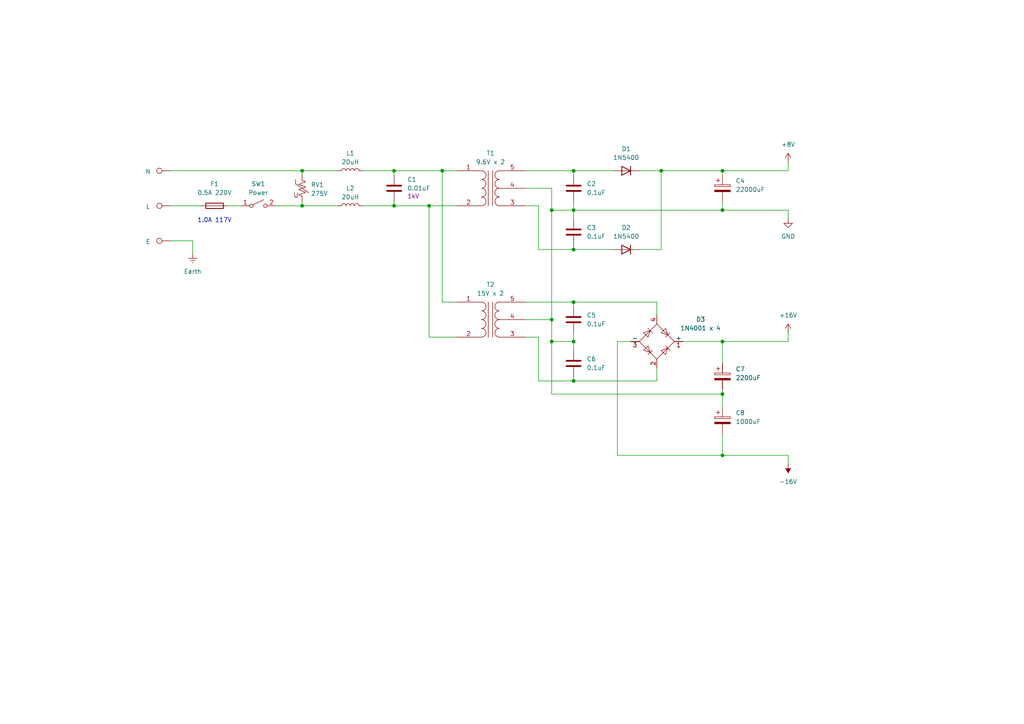
<source format=kicad_sch>
(kicad_sch (version 20231120) (generator "eeschema") (generator_version "8.0")
  (paper "A4")
  (title_block (title "Dick Smith System 80 Power Supply") (date "1980"))
  (lib_symbols
    (symbol "Connector:TestPoint" (pin_numbers hide) (pin_names (offset 0.762) hide)
      (property "Reference" "TP" (at 0 6.858 0))
      (property "Value" "TestPoint" (at 0 5.08 0))
      (symbol "TestPoint_0_1"
        (circle (center 0 3.302) (radius 0.762))
      )
      (symbol "TestPoint_1_1"
        (pin passive line (at 0 0 90) (length 2.54) (name "1") (number "1"))
      )
    )
    (symbol "Device:C" (pin_numbers hide) (pin_names (offset 0.254))
      (property "Reference" "C" (at 0.635 2.54 0))
      (property "Value" "C" (at 0.635 -2.54 0))
      (symbol "C_0_1"
        (polyline (pts (xy -2.032 -0.762) (xy 2.032 -0.762)) (stroke (width 0.508)))
        (polyline (pts (xy -2.032 0.762) (xy 2.032 0.762)) (stroke (width 0.508)))
      )
      (symbol "C_1_1"
        (pin passive line (at 0 3.81 270) (length 2.794) (name "~") (number "1"))
        (pin passive line (at 0 -3.81 90) (length 2.794) (name "~") (number "2"))
      )
    )
    (symbol "Device:C_Polarized" (pin_numbers hide) (pin_names (offset 0.254))
      (property "Reference" "C" (at 0.635 2.54 0))
      (property "Value" "C_Polarized" (at 0.635 -2.54 0))
      (symbol "C_Polarized_0_1"
        (rectangle (start -2.286 0.508) (end 2.286 1.016))
        (polyline (pts (xy -1.778 2.286) (xy -0.762 2.286)))
        (polyline (pts (xy -1.27 2.794) (xy -1.27 1.778)))
        (rectangle (start 2.286 -0.508) (end -2.286 -1.016) (fill (type outline)))
      )
      (symbol "C_Polarized_1_1"
        (pin passive line (at 0 3.81 270) (length 2.794) (name "~") (number "1"))
        (pin passive line (at 0 -3.81 90) (length 2.794) (name "~") (number "2"))
      )
    )
    (symbol "Device:Fuse" (pin_numbers hide) (pin_names (offset 0))
      (property "Reference" "F" (at 2.032 0 90))
      (property "Value" "Fuse" (at -1.905 0 90))
      (symbol "Fuse_0_1"
        (rectangle (start -0.762 -2.54) (end 0.762 2.54) (stroke (width 0.254)))
        (polyline (pts (xy 0 2.54) (xy 0 -2.54)))
      )
      (symbol "Fuse_1_1"
        (pin passive line (at 0 3.81 270) (length 1.27) (name "~") (number "1"))
        (pin passive line (at 0 -3.81 90) (length 1.27) (name "~") (number "2"))
      )
    )
    (symbol "Device:L" (pin_numbers hide) (pin_names (offset 1.016) hide)
      (property "Reference" "L" (at -1.27 0 90))
      (property "Value" "L" (at 1.905 0 90))
      (symbol "L_0_1"
        (arc (start 0 -2.54) (mid 0.6323 -1.905) (end 0 -1.27))
        (arc (start 0 -1.27) (mid 0.6323 -0.635) (end 0 0))
        (arc (start 0 0) (mid 0.6323 0.635) (end 0 1.27))
        (arc (start 0 1.27) (mid 0.6323 1.905) (end 0 2.54))
      )
      (symbol "L_1_1"
        (pin passive line (at 0 3.81 270) (length 1.27) (name "1") (number "1"))
        (pin passive line (at 0 -3.81 90) (length 1.27) (name "2") (number "2"))
      )
    )
    (symbol "Device:Transformer_1P_SS" (pin_names (offset 1.016) hide)
      (property "Reference" "T" (at 0 6.35 0))
      (property "Value" "Transformer_1P_SS" (at 0 -7.62 0))
      (symbol "Transformer_1P_SS_0_1"
        (arc (start -2.54 -5.0546) (mid -1.6599 -4.6901) (end -1.27 -3.81))
        (arc (start -2.54 -2.5146) (mid -1.6599 -2.1501) (end -1.27 -1.27))
        (arc (start -2.54 0.0254) (mid -1.6599 0.3899) (end -1.27 1.27))
        (arc (start -2.54 2.5654) (mid -1.6599 2.9299) (end -1.27 3.81))
        (arc (start -1.27 -3.81) (mid -1.642 -2.912) (end -2.54 -2.54))
        (arc (start -1.27 -1.27) (mid -1.642 -0.372) (end -2.54 0))
        (arc (start -1.27 1.27) (mid -1.642 2.168) (end -2.54 2.54))
        (arc (start -1.27 3.81) (mid -1.642 4.708) (end -2.54 5.08))
        (polyline (pts (xy -0.635 5.08) (xy -0.635 -5.08)))
        (polyline (pts (xy 0.635 -5.08) (xy 0.635 5.08)))
        (arc (start 1.2954 -1.27) (mid 1.6599 -2.1501) (end 2.54 -2.5146))
        (arc (start 1.2954 1.27) (mid 1.6599 0.3899) (end 2.54 0.0254))
        (arc (start 1.2954 3.81) (mid 1.6599 2.9299) (end 2.54 2.5654))
        (arc (start 1.3208 -3.81) (mid 1.6853 -4.6901) (end 2.5654 -5.0546))
        (arc (start 2.54 0) (mid 1.642 -0.372) (end 1.2954 -1.27))
        (arc (start 2.54 2.54) (mid 1.642 2.168) (end 1.2954 1.27))
        (arc (start 2.54 5.08) (mid 1.642 4.708) (end 1.2954 3.81))
        (arc (start 2.5654 -2.54) (mid 1.6674 -2.912) (end 1.3208 -3.81))
      )
      (symbol "Transformer_1P_SS_1_1"
        (pin passive line (at -10.16 5.08 0) (length 7.62) (name "AA") (number "1"))
        (pin passive line (at -10.16 -5.08 0) (length 7.62) (name "AB") (number "2"))
        (pin passive line (at 10.16 -5.08 180) (length 7.62) (name "SA") (number "3"))
        (pin passive line (at 10.16 0 180) (length 7.62) (name "SC") (number "4"))
        (pin passive line (at 10.16 5.08 180) (length 7.62) (name "SB") (number "5"))
      )
    )
    (symbol "Device:Varistor_US" (pin_numbers hide) (pin_names (offset 0))
      (property "Reference" "RV" (at 3.175 0 90))
      (property "Value" "Varistor_US" (at -3.175 0 90))
      (symbol "Varistor_US_0_0"
        (text "U" (at -1.778 -2.032 0) (effects (font (size 1.27 1.27))))
      )
      (symbol "Varistor_US_0_1"
        (polyline (pts (xy 0 -2.286) (xy 0 -2.54)))
        (polyline (pts (xy 0 2.286) (xy 0 2.54)))
        (polyline (pts (xy -1.905 2.54) (xy -1.905 1.27) (xy 1.905 -1.27)))
        (polyline (pts (xy 0 -0.762) (xy 1.016 -1.143) (xy 0 -1.524) (xy -1.016 -1.905) (xy 0 -2.286)))
        (polyline (pts (xy 0 0.762) (xy 1.016 0.381) (xy 0 0) (xy -1.016 -0.381) (xy 0 -0.762)))
        (polyline (pts (xy 0 2.286) (xy 1.016 1.905) (xy 0 1.524) (xy -1.016 1.143) (xy 0 0.762)))
      )
      (symbol "Varistor_US_1_1"
        (pin passive line (at 0 3.81 270) (length 1.27) (name "~") (number "1"))
        (pin passive line (at 0 -3.81 90) (length 1.27) (name "~") (number "2"))
      )
    )
    (symbol "Diode:1N5400" (pin_numbers hide) (pin_names hide)
      (property "Reference" "D" (at 0 2.54 0))
      (property "Value" "1N5400" (at 0 -2.54 0))
      (symbol "1N5400_0_1"
        (polyline (pts (xy -1.27 1.27) (xy -1.27 -1.27)) (stroke (width 0.254)))
        (polyline (pts (xy 1.27 0) (xy -1.27 0)))
        (polyline (pts (xy 1.27 1.27) (xy 1.27 -1.27) (xy -1.27 0) (xy 1.27 1.27)) (stroke (width 0.254)))
      )
      (symbol "1N5400_1_1"
        (pin passive line (at -3.81 0 0) (length 2.54) (name "K") (number "1"))
        (pin passive line (at 3.81 0 180) (length 2.54) (name "A") (number "2"))
      )
    )
    (symbol "Diode_Bridge:W01G" (pin_names (offset 0))
      (property "Reference" "D" (at 2.54 6.985 0))
      (property "Value" "W01G" (at 2.54 5.08 0))
      (symbol "W01G_0_1"
        (polyline (pts (xy -2.54 3.81) (xy -1.27 2.54)))
        (polyline (pts (xy -1.27 -2.54) (xy -2.54 -3.81)))
        (polyline (pts (xy 2.54 -1.27) (xy 3.81 -2.54)))
        (polyline (pts (xy 2.54 1.27) (xy 3.81 2.54)))
        (polyline (pts (xy -3.81 2.54) (xy -2.54 1.27) (xy -1.905 3.175) (xy -3.81 2.54)))
        (polyline (pts (xy -2.54 -1.27) (xy -3.81 -2.54) (xy -1.905 -3.175) (xy -2.54 -1.27)))
        (polyline (pts (xy 1.27 2.54) (xy 2.54 3.81) (xy 3.175 1.905) (xy 1.27 2.54)))
        (polyline (pts (xy 3.175 -1.905) (xy 1.27 -2.54) (xy 2.54 -3.81) (xy 3.175 -1.905)))
        (polyline (pts (xy -5.08 0) (xy 0 -5.08) (xy 5.08 0) (xy 0 5.08) (xy -5.08 0)))
      )
      (symbol "W01G_1_1"
        (pin passive line (at 7.62 0 180) (length 2.54) (name "+") (number "1"))
        (pin passive line (at 0 -7.62 90) (length 2.54) (name "~") (number "2"))
        (pin passive line (at -7.62 0 0) (length 2.54) (name "-") (number "3"))
        (pin passive line (at 0 7.62 270) (length 2.54) (name "~") (number "4"))
      )
    )
    (symbol "Switch:SW_SPST" (pin_names (offset 0) hide)
      (property "Reference" "SW" (at 0 3.175 0))
      (property "Value" "SW_SPST" (at 0 -2.54 0))
      (symbol "SW_SPST_0_0"
        (circle (center -2.032 0) (radius 0.508))
        (polyline (pts (xy -1.524 0.254) (xy 1.524 1.778)))
        (circle (center 2.032 0) (radius 0.508))
      )
      (symbol "SW_SPST_1_1"
        (pin passive line (at -5.08 0 0) (length 2.54) (name "A") (number "1"))
        (pin passive line (at 5.08 0 180) (length 2.54) (name "B") (number "2"))
      )
    )
    (symbol "power:+15V" (power) (pin_numbers hide) (pin_names (offset 0) hide)
      (property "Value" "+15V" (at 0 3.556 0))
      (symbol "+15V_0_1"
        (polyline (pts (xy -0.762 1.27) (xy 0 2.54)))
        (polyline (pts (xy 0 0) (xy 0 2.54)))
        (polyline (pts (xy 0 2.54) (xy 0.762 1.27)))
      )
      (symbol "+15V_1_1"
        (pin power_in line (at 0 0 90) (length 0) (name "~") (number "1"))
      )
    )
    (symbol "power:+8V" (power) (pin_numbers hide) (pin_names (offset 0) hide)
      (property "Value" "+8V" (at 0 3.556 0))
      (symbol "+8V_0_1"
        (polyline (pts (xy -0.762 1.27) (xy 0 2.54)))
        (polyline (pts (xy 0 0) (xy 0 2.54)))
        (polyline (pts (xy 0 2.54) (xy 0.762 1.27)))
      )
      (symbol "+8V_1_1"
        (pin power_in line (at 0 0 90) (length 0) (name "~") (number "1"))
      )
    )
    (symbol "power:-15V" (power) (pin_numbers hide) (pin_names (offset 0) hide)
      (property "Value" "-15V" (at 0 3.556 0))
      (symbol "-15V_0_0"
        (pin power_in line (at 0 0 90) (length 0) (name "~") (number "1"))
      )
      (symbol "-15V_0_1"
        (polyline (pts (xy 0 0) (xy 0 1.27) (xy 0.762 1.27) (xy 0 2.54) (xy -0.762 1.27) (xy 0 1.27)) (fill (type outline)))
      )
    )
    (symbol "power:Earth" (power) (pin_numbers hide) (pin_names (offset 0) hide)
      (property "Value" "Earth" (at 0 -3.81 0))
      (symbol "Earth_0_1"
        (polyline (pts (xy -0.635 -1.905) (xy 0.635 -1.905)))
        (polyline (pts (xy -0.127 -2.54) (xy 0.127 -2.54)))
        (polyline (pts (xy 0 -1.27) (xy 0 0)))
        (polyline (pts (xy 1.27 -1.27) (xy -1.27 -1.27)))
      )
      (symbol "Earth_1_1"
        (pin power_in line (at 0 0 270) (length 0) (name "~") (number "1"))
      )
    )
    (symbol "power:GND" (power) (pin_numbers hide) (pin_names (offset 0) hide)
      (property "Value" "GND" (at 0 -3.81 0))
      (symbol "GND_0_1"
        (polyline (pts (xy 0 0) (xy 0 -1.27) (xy 1.27 -1.27) (xy 0 -2.54) (xy -1.27 -1.27) (xy 0 -1.27)))
      )
      (symbol "GND_1_1"
        (pin power_in line (at 0 0 270) (length 0) (name "~") (number "1"))
      )
    )
  )
  (junction (at 128.27 49.53))
  (junction (at 160.02 99.06))
  (junction (at 166.37 60.96))
  (junction (at 191.77 49.53))
  (junction (at 124.46 59.69))
  (junction (at 160.02 60.96))
  (junction (at 166.37 87.63))
  (junction (at 209.55 49.53))
  (junction (at 209.55 114.3))
  (junction (at 166.37 99.06))
  (junction (at 209.55 60.96))
  (junction (at 87.63 59.69))
  (junction (at 166.37 72.39))
  (junction (at 166.37 110.49))
  (junction (at 114.3 49.53))
  (junction (at 114.3 59.69))
  (junction (at 160.02 92.71))
  (junction (at 209.55 132.08))
  (junction (at 166.37 49.53))
  (junction (at 209.55 99.06))
  (junction (at 87.63 49.53))
  (wire (pts (xy 209.55 49.53) (xy 228.6 49.53)))
  (wire (pts (xy 209.55 125.73) (xy 209.55 132.08)))
  (wire (pts (xy 209.55 114.3) (xy 160.02 114.3)))
  (wire (pts (xy 190.5 106.68) (xy 190.5 110.49)))
  (wire (pts (xy 160.02 114.3) (xy 160.02 99.06)))
  (wire (pts (xy 152.4 92.71) (xy 160.02 92.71)))
  (wire (pts (xy 132.08 49.53) (xy 128.27 49.53)))
  (wire (pts (xy 191.77 72.39) (xy 191.77 49.53)))
  (wire (pts (xy 124.46 59.69) (xy 114.3 59.69)))
  (wire (pts (xy 97.79 49.53) (xy 87.63 49.53)))
  (wire (pts (xy 209.55 60.96) (xy 166.37 60.96)))
  (wire (pts (xy 132.08 59.69) (xy 124.46 59.69)))
  (wire (pts (xy 190.5 87.63) (xy 166.37 87.63)))
  (wire (pts (xy 128.27 87.63) (xy 128.27 49.53)))
  (wire (pts (xy 160.02 54.61) (xy 160.02 60.96)))
  (wire (pts (xy 166.37 72.39) (xy 177.8 72.39)))
  (wire (pts (xy 49.53 69.85) (xy 55.88 69.85)))
  (wire (pts (xy 179.07 99.06) (xy 179.07 132.08)))
  (wire (pts (xy 166.37 58.42) (xy 166.37 60.96)))
  (wire (pts (xy 55.88 69.85) (xy 55.88 73.66)))
  (wire (pts (xy 209.55 50.8) (xy 209.55 49.53)))
  (wire (pts (xy 156.21 72.39) (xy 166.37 72.39)))
  (wire (pts (xy 152.4 49.53) (xy 166.37 49.53)))
  (wire (pts (xy 49.53 59.69) (xy 58.42 59.69)))
  (wire (pts (xy 166.37 99.06) (xy 166.37 101.6)))
  (wire (pts (xy 80.01 59.69) (xy 87.63 59.69)))
  (wire (pts (xy 132.08 87.63) (xy 128.27 87.63)))
  (wire (pts (xy 209.55 132.08) (xy 228.6 132.08)))
  (wire (pts (xy 152.4 97.79) (xy 156.21 97.79)))
  (wire (pts (xy 198.12 99.06) (xy 209.55 99.06)))
  (wire (pts (xy 185.42 72.39) (xy 191.77 72.39)))
  (wire (pts (xy 97.79 59.69) (xy 87.63 59.69)))
  (wire (pts (xy 190.5 110.49) (xy 166.37 110.49)))
  (wire (pts (xy 87.63 59.69) (xy 87.63 58.42)))
  (wire (pts (xy 105.41 49.53) (xy 114.3 49.53)))
  (wire (pts (xy 228.6 63.5) (xy 228.6 60.96)))
  (wire (pts (xy 228.6 46.99) (xy 228.6 49.53)))
  (wire (pts (xy 160.02 99.06) (xy 166.37 99.06)))
  (wire (pts (xy 209.55 99.06) (xy 209.55 105.41)))
  (wire (pts (xy 156.21 59.69) (xy 156.21 72.39)))
  (wire (pts (xy 166.37 60.96) (xy 166.37 63.5)))
  (wire (pts (xy 166.37 49.53) (xy 166.37 50.8)))
  (wire (pts (xy 209.55 49.53) (xy 191.77 49.53)))
  (wire (pts (xy 160.02 60.96) (xy 166.37 60.96)))
  (wire (pts (xy 105.41 59.69) (xy 114.3 59.69)))
  (wire (pts (xy 166.37 109.22) (xy 166.37 110.49)))
  (wire (pts (xy 132.08 97.79) (xy 124.46 97.79)))
  (wire (pts (xy 190.5 91.44) (xy 190.5 87.63)))
  (wire (pts (xy 209.55 58.42) (xy 209.55 60.96)))
  (wire (pts (xy 124.46 97.79) (xy 124.46 59.69)))
  (wire (pts (xy 66.04 59.69) (xy 69.85 59.69)))
  (wire (pts (xy 128.27 49.53) (xy 114.3 49.53)))
  (wire (pts (xy 166.37 87.63) (xy 166.37 88.9)))
  (wire (pts (xy 166.37 96.52) (xy 166.37 99.06)))
  (wire (pts (xy 228.6 134.62) (xy 228.6 132.08)))
  (wire (pts (xy 166.37 71.12) (xy 166.37 72.39)))
  (wire (pts (xy 209.55 113.03) (xy 209.55 114.3)))
  (wire (pts (xy 152.4 87.63) (xy 166.37 87.63)))
  (wire (pts (xy 182.88 99.06) (xy 179.07 99.06)))
  (wire (pts (xy 152.4 59.69) (xy 156.21 59.69)))
  (wire (pts (xy 49.53 49.53) (xy 87.63 49.53)))
  (wire (pts (xy 156.21 110.49) (xy 166.37 110.49)))
  (wire (pts (xy 114.3 49.53) (xy 114.3 50.8)))
  (wire (pts (xy 228.6 96.52) (xy 228.6 99.06)))
  (wire (pts (xy 228.6 99.06) (xy 209.55 99.06)))
  (wire (pts (xy 160.02 60.96) (xy 160.02 92.71)))
  (wire (pts (xy 160.02 92.71) (xy 160.02 99.06)))
  (wire (pts (xy 166.37 49.53) (xy 177.8 49.53)))
  (wire (pts (xy 191.77 49.53) (xy 185.42 49.53)))
  (wire (pts (xy 156.21 97.79) (xy 156.21 110.49)))
  (wire (pts (xy 87.63 49.53) (xy 87.63 50.8)))
  (wire (pts (xy 209.55 114.3) (xy 209.55 118.11)))
  (wire (pts (xy 114.3 59.69) (xy 114.3 58.42)))
  (wire (pts (xy 152.4 54.61) (xy 160.02 54.61)))
  (wire (pts (xy 179.07 132.08) (xy 209.55 132.08)))
  (wire (pts (xy 209.55 60.96) (xy 228.6 60.96)))
  (text "1.0A 117V" (at 62.23 64.008 0) (effects (font (size 1.27 1.27))))
  (symbol (lib_id "Device:C") (at 166.37 105.41 0) (unit 1)
    (property "Reference" "C6" (at 170.18 104.1399 0) (effects (justify left)))
    (property "Value" "0.1uF" (at 170.18 106.6799 0) (effects (justify left)))
    (property "Description" "Unpolarized capacitor" (effects (hide yes)))
  )
  (symbol (lib_id "Connector:TestPoint") (at 49.53 49.53 90) (unit 1)
    (property "Reference" "TP1" (effects (hide yes)))
    (property "Value" "N" (at 42.926 49.784 90))
    (property "Description" "test point" (effects (hide yes)))
  )
  (symbol (lib_id "Device:C_Polarized") (at 209.55 121.92 0) (unit 1)
    (property "Reference" "C8" (at 213.36 119.7609 0) (effects (justify left)))
    (property "Value" "1000uF" (at 213.36 122.3009 0) (effects (justify left)))
    (property "Description" "Polarized capacitor" (effects (hide yes)))
  )
  (symbol (lib_id "Device:L") (at 101.6 49.53 90) (unit 1)
    (property "Reference" "L1" (at 101.6 44.45 90))
    (property "Value" "20uH" (at 101.6 46.99 90))
    (property "Description" "Inductor" (effects (hide yes)))
  )
  (symbol (lib_id "Device:Transformer_1P_SS") (at 142.24 92.71 0) (unit 1)
    (property "Reference" "T2" (at 142.2527 82.55 0))
    (property "Value" "15V x 2" (at 142.2527 85.09 0))
    (property "Description" "Transformer, single primary, split secondary" (effects (hide yes)))
  )
  (symbol (lib_id "Diode:1N5400") (at 181.61 72.39 180) (unit 1)
    (property "Reference" "D2" (at 181.61 66.04 0))
    (property "Value" "1N5400" (at 181.61 68.58 0))
    (property "Footprint" "Diode_THT:D_DO-201AD_P15.24mm_Horizontal" (effects (hide yes)))
    (property "Datasheet" "http://www.vishay.com/docs/88516/1n5400.pdf" (effects (hide yes)))
    (property "Description" "50V 3A General Purpose Rectifier Diode, DO-201AD" (effects (hide yes)))
    (property "Sim.Device" "D" (effects (hide yes)))
    (property "Sim.Pins" "1=K 2=A" (effects (hide yes)))
  )
  (symbol (lib_id "Device:C") (at 166.37 92.71 0) (unit 1)
    (property "Reference" "C5" (at 170.18 91.4399 0) (effects (justify left)))
    (property "Value" "0.1uF" (at 170.18 93.9799 0) (effects (justify left)))
    (property "Description" "Unpolarized capacitor" (effects (hide yes)))
  )
  (symbol (lib_id "power:+8V") (at 228.6 46.99 0) (unit 1)
    (property "Reference" "#PWR02" (effects (hide yes)))
    (property "Value" "+8V" (at 228.6 41.91 0))
    (property "Description" "Power symbol creates a global label with name \"+8V\"" (effects (hide yes)))
  )
  (symbol (lib_id "power:Earth") (at 55.88 73.66 0) (unit 1)
    (property "Reference" "#PWR01" (effects (hide yes)))
    (property "Value" "Earth" (at 55.88 78.74 0))
    (property "Description" "Power symbol creates a global label with name \"Earth\"" (effects (hide yes)))
  )
  (symbol (lib_id "Diode:1N5400") (at 181.61 49.53 180) (unit 1)
    (property "Reference" "D1" (at 181.61 43.18 0))
    (property "Value" "1N5400" (at 181.61 45.72 0))
    (property "Footprint" "Diode_THT:D_DO-201AD_P15.24mm_Horizontal" (effects (hide yes)))
    (property "Datasheet" "http://www.vishay.com/docs/88516/1n5400.pdf" (effects (hide yes)))
    (property "Description" "50V 3A General Purpose Rectifier Diode, DO-201AD" (effects (hide yes)))
    (property "Sim.Device" "D" (effects (hide yes)))
    (property "Sim.Pins" "1=K 2=A" (effects (hide yes)))
  )
  (symbol (lib_id "Device:Varistor_US") (at 87.63 54.61 0) (unit 1)
    (property "Reference" "RV1" (at 90.17 53.5967 0) (effects (justify left)))
    (property "Value" "275V" (at 90.17 56.1367 0) (effects (justify left)))
    (property "Description" "Voltage dependent resistor, US symbol" (effects (hide yes)))
    (property "Sim.Name" "kicad_builtin_varistor" (effects (hide yes)))
    (property "Sim.Device" "SUBCKT" (effects (hide yes)))
    (property "Sim.Pins" "1=A 2=B" (effects (hide yes)))
    (property "Sim.Params" "threshold=1k" (effects (hide yes)))
    (property "Sim.Library" "${KICAD7_SYMBOL_DIR}/Simulation_SPICE.sp" (effects (hide yes)))
  )
  (symbol (lib_id "Device:C") (at 166.37 54.61 0) (unit 1)
    (property "Reference" "C2" (at 170.18 53.3399 0) (effects (justify left)))
    (property "Value" "0.1uF" (at 170.18 55.8799 0) (effects (justify left)))
    (property "Description" "Unpolarized capacitor" (effects (hide yes)))
  )
  (symbol (lib_id "power:GND") (at 228.6 63.5 0) (unit 1)
    (property "Reference" "#PWR03" (effects (hide yes)))
    (property "Value" "GND" (at 228.6 68.58 0))
    (property "Description" "Power symbol creates a global label with name \"GND\" , ground" (effects (hide yes)))
  )
  (symbol (lib_id "Connector:TestPoint") (at 49.53 59.69 90) (unit 1)
    (property "Reference" "TP2" (effects (hide yes)))
    (property "Value" "L" (at 42.926 59.944 90))
    (property "Description" "test point" (effects (hide yes)))
  )
  (symbol (lib_id "Device:C") (at 166.37 67.31 0) (unit 1)
    (property "Reference" "C3" (at 170.18 66.0399 0) (effects (justify left)))
    (property "Value" "0.1uF" (at 170.18 68.5799 0) (effects (justify left)))
    (property "Description" "Unpolarized capacitor" (effects (hide yes)))
  )
  (symbol (lib_id "power:+15V") (at 228.6 96.52 0) (unit 1)
    (property "Reference" "#PWR99" (effects (hide yes)))
    (property "Value" "+16V" (at 228.6 91.44 0))
    (property "Description" "Power symbol creates a global label with name \"+15V\"" (effects (hide yes)))
  )
  (symbol (lib_id "Diode_Bridge:W01G") (at 190.5 99.06 0) (unit 1)
    (property "Reference" "D3" (at 203.2 92.6398 0))
    (property "Value" "1N4001 x 4" (at 203.2 95.1798 0))
    (property "Footprint" "Diode_THT:Diode_Bridge_Round_D9.8mm" (effects (hide yes)))
    (property "Datasheet" "https://www.vishay.com/docs/88769/woo5g.pdf" (effects (hide yes)))
    (property "Description" "Glass Passivated Single-Phase Bridge Rectifier, 70V Vrms, 1.5A If, WOG package" (effects (hide yes)))
  )
  (symbol (lib_id "Device:Transformer_1P_SS") (at 142.24 54.61 0) (unit 1)
    (property "Reference" "T1" (at 142.2527 44.45 0))
    (property "Value" "9.6V x 2" (at 142.2527 46.99 0))
    (property "Description" "Transformer, single primary, split secondary" (effects (hide yes)))
  )
  (symbol (lib_id "Connector:TestPoint") (at 49.53 69.85 90) (unit 1)
    (property "Reference" "TP3" (effects (hide yes)))
    (property "Value" "E" (at 42.926 70.104 90))
    (property "Description" "test point" (effects (hide yes)))
  )
  (symbol (lib_id "Device:C_Polarized") (at 209.55 109.22 0) (unit 1)
    (property "Reference" "C7" (at 213.36 107.0609 0) (effects (justify left)))
    (property "Value" "2200uF" (at 213.36 109.6009 0) (effects (justify left)))
    (property "Description" "Polarized capacitor" (effects (hide yes)))
  )
  (symbol (lib_id "Device:C") (at 114.3 54.61 0) (unit 1)
    (property "Reference" "C1" (at 118.11 52.07 0) (effects (justify left)))
    (property "Value" "0.01uF" (at 118.11 54.61 0) (effects (justify left)))
    (property "Description" "Unpolarized capacitor" (effects (hide yes)))
    (property "Rating" "1kV" (at 119.888 56.896 0))
  )
  (symbol (lib_id "Device:L") (at 101.6 59.69 90) (unit 1)
    (property "Reference" "L2" (at 101.6 54.61 90))
    (property "Value" "20uH" (at 101.6 57.15 90))
    (property "Description" "Inductor" (effects (hide yes)))
  )
  (symbol (lib_id "power:-15V") (at 228.6 134.62 180) (unit 1)
    (property "Reference" "#PWR98" (effects (hide yes)))
    (property "Value" "-16V" (at 228.6 139.7 0))
    (property "Description" "Power symbol creates a global label with name \"-15V\"" (effects (hide yes)))
  )
  (symbol (lib_id "Device:Fuse") (at 62.23 59.69 90) (unit 1)
    (property "Reference" "F1" (at 62.23 53.34 90))
    (property "Value" "0.5A 220V" (at 62.23 55.88 90))
    (property "Description" "Fuse" (effects (hide yes)))
  )
  (symbol (lib_id "Device:C_Polarized") (at 209.55 54.61 0) (unit 1)
    (property "Reference" "C4" (at 213.36 52.4509 0) (effects (justify left)))
    (property "Value" "22000uF" (at 213.36 54.9909 0) (effects (justify left)))
    (property "Description" "Polarized capacitor" (effects (hide yes)))
  )
  (symbol (lib_id "Switch:SW_SPST") (at 74.93 59.69 0) (unit 1)
    (property "Reference" "SW1" (at 74.93 53.34 0))
    (property "Value" "Power" (at 74.93 55.88 0))
    (property "Description" "Single Pole Single Throw (SPST) switch" (effects (hide yes)))
  )
)
</source>
